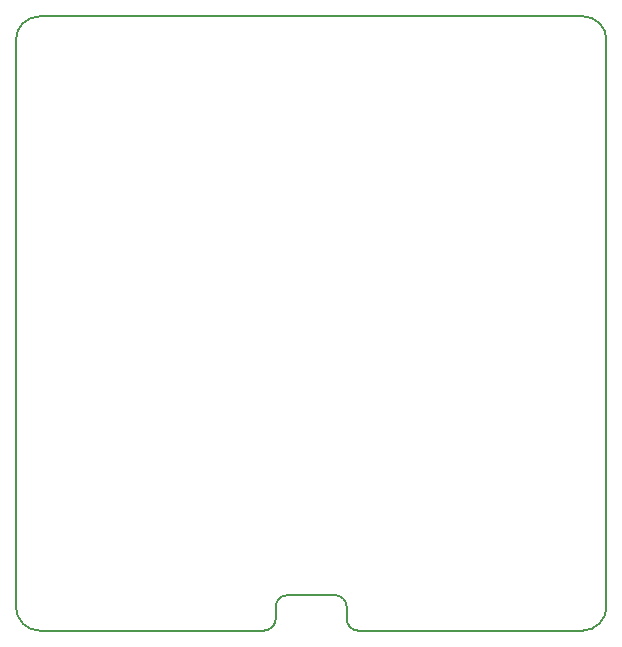
<source format=gm1>
G04 #@! TF.GenerationSoftware,KiCad,Pcbnew,8.0.6*
G04 #@! TF.CreationDate,2025-10-07T20:56:46+05:30*
G04 #@! TF.ProjectId,tt-ecp5-cb,74742d65-6370-4352-9d63-622e6b696361,rev?*
G04 #@! TF.SameCoordinates,Original*
G04 #@! TF.FileFunction,Profile,NP*
%FSLAX46Y46*%
G04 Gerber Fmt 4.6, Leading zero omitted, Abs format (unit mm)*
G04 Created by KiCad (PCBNEW 8.0.6) date 2025-10-07 20:56:46*
%MOMM*%
%LPD*%
G01*
G04 APERTURE LIST*
G04 #@! TA.AperFunction,Profile*
%ADD10C,0.180000*%
G04 #@! TD*
G04 APERTURE END LIST*
D10*
G04 #@! TO.C,J2*
X96239000Y-112900000D02*
X96239000Y-64900000D01*
X98239000Y-62900000D02*
X144239000Y-62900000D01*
X117239000Y-114900000D02*
X98239000Y-114900000D01*
X118239000Y-113900000D02*
X118239000Y-112900000D01*
X119239000Y-111900000D02*
X123239000Y-111900000D01*
X124239000Y-112900000D02*
X124239000Y-113900000D01*
X144239000Y-114900000D02*
X125239000Y-114900000D01*
X146239000Y-64900000D02*
X146239000Y-112900000D01*
X96239000Y-64900000D02*
G75*
G02*
X98239000Y-62900000I1999999J1D01*
G01*
X98239000Y-114900000D02*
G75*
G02*
X96239000Y-112900000I-1J1999999D01*
G01*
X118239000Y-112900000D02*
G75*
G02*
X119239000Y-111900000I999999J1D01*
G01*
X118239000Y-113900000D02*
G75*
G02*
X117239000Y-114900000I-999999J-1D01*
G01*
X123239000Y-111900000D02*
G75*
G02*
X124239000Y-112900000I0J-1000000D01*
G01*
X125239000Y-114900000D02*
G75*
G02*
X124239000Y-113900000I0J1000000D01*
G01*
X144239000Y-62900000D02*
G75*
G02*
X146239000Y-64900000I0J-2000000D01*
G01*
X146239000Y-112900000D02*
G75*
G02*
X144239000Y-114900000I-2000000J0D01*
G01*
G04 #@! TD*
M02*

</source>
